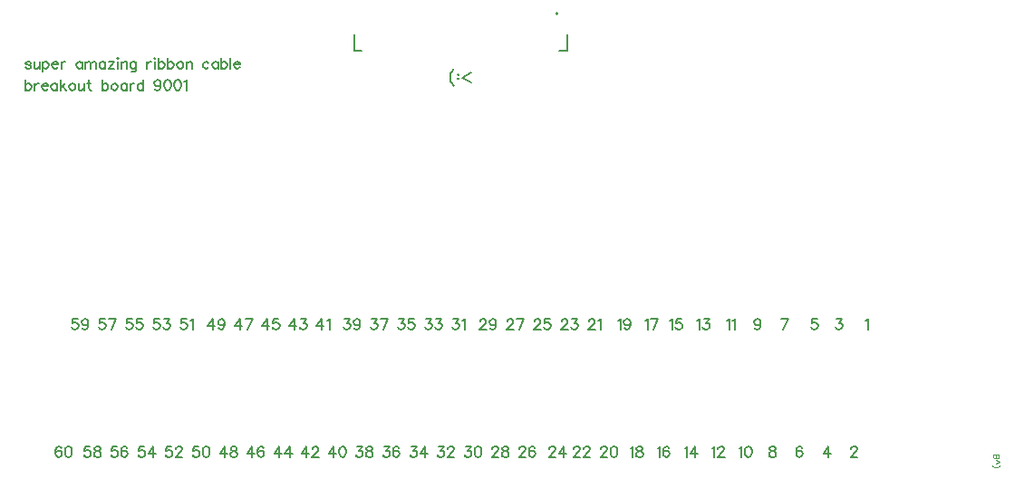
<source format=gto>
G04 Layer: TopSilkLayer*
G04 EasyEDA v6.4.25, 2022-01-05T11:28:27--8:00*
G04 5b7509a3f8b64266bac100f98fe07f5d,73dcd3fe52254aa693cf92493c1ebcf7,10*
G04 Gerber Generator version 0.2*
G04 Scale: 100 percent, Rotated: No, Reflected: No *
G04 Dimensions in inches *
G04 leading zeros omitted , absolute positions ,3 integer and 6 decimal *
%FSLAX36Y36*%
%MOIN*%

%ADD11C,0.0080*%
%ADD17C,0.0079*%
%ADD18C,0.0030*%
%ADD19C,0.0060*%

%LPD*%
D11*
X410000Y1512201D02*
G01*
X408200Y1515801D01*
X402699Y1517600D01*
X397300Y1517600D01*
X391799Y1515801D01*
X390000Y1512201D01*
X391799Y1508501D01*
X395500Y1506700D01*
X404499Y1504900D01*
X408200Y1503101D01*
X410000Y1499501D01*
X410000Y1497600D01*
X408200Y1494000D01*
X402699Y1492201D01*
X397300Y1492201D01*
X391799Y1494000D01*
X390000Y1497600D01*
X421999Y1517600D02*
G01*
X421999Y1499501D01*
X423800Y1494000D01*
X427500Y1492201D01*
X432899Y1492201D01*
X436500Y1494000D01*
X441999Y1499501D01*
X441999Y1517600D02*
G01*
X441999Y1492201D01*
X454000Y1517600D02*
G01*
X454000Y1479501D01*
X454000Y1512201D02*
G01*
X457600Y1515801D01*
X461300Y1517600D01*
X466700Y1517600D01*
X470399Y1515801D01*
X474000Y1512201D01*
X475799Y1506700D01*
X475799Y1503101D01*
X474000Y1497600D01*
X470399Y1494000D01*
X466700Y1492201D01*
X461300Y1492201D01*
X457600Y1494000D01*
X454000Y1497600D01*
X487800Y1506700D02*
G01*
X509600Y1506700D01*
X509600Y1510401D01*
X507800Y1514000D01*
X505999Y1515801D01*
X502399Y1517600D01*
X496900Y1517600D01*
X493299Y1515801D01*
X489600Y1512201D01*
X487800Y1506700D01*
X487800Y1503101D01*
X489600Y1497600D01*
X493299Y1494000D01*
X496900Y1492201D01*
X502399Y1492201D01*
X505999Y1494000D01*
X509600Y1497600D01*
X521599Y1517600D02*
G01*
X521599Y1492201D01*
X521599Y1506700D02*
G01*
X523499Y1512201D01*
X527100Y1515801D01*
X530700Y1517600D01*
X536199Y1517600D01*
X598000Y1517600D02*
G01*
X598000Y1492201D01*
X598000Y1512201D02*
G01*
X594400Y1515801D01*
X590700Y1517600D01*
X585300Y1517600D01*
X581599Y1515801D01*
X578000Y1512201D01*
X576199Y1506700D01*
X576199Y1503101D01*
X578000Y1497600D01*
X581599Y1494000D01*
X585300Y1492201D01*
X590700Y1492201D01*
X594400Y1494000D01*
X598000Y1497600D01*
X610000Y1517600D02*
G01*
X610000Y1492201D01*
X610000Y1510401D02*
G01*
X615500Y1515801D01*
X619099Y1517600D01*
X624499Y1517600D01*
X628200Y1515801D01*
X630000Y1510401D01*
X630000Y1492201D01*
X630000Y1510401D02*
G01*
X635500Y1515801D01*
X639099Y1517600D01*
X644499Y1517600D01*
X648200Y1515801D01*
X650000Y1510401D01*
X650000Y1492201D01*
X683800Y1517600D02*
G01*
X683800Y1492201D01*
X683800Y1512201D02*
G01*
X680199Y1515801D01*
X676500Y1517600D01*
X671100Y1517600D01*
X667500Y1515801D01*
X663800Y1512201D01*
X661999Y1506700D01*
X661999Y1503101D01*
X663800Y1497600D01*
X667500Y1494000D01*
X671100Y1492201D01*
X676500Y1492201D01*
X680199Y1494000D01*
X683800Y1497600D01*
X715799Y1517600D02*
G01*
X695799Y1492201D01*
X695799Y1517600D02*
G01*
X715799Y1517600D01*
X695799Y1492201D02*
G01*
X715799Y1492201D01*
X727800Y1530401D02*
G01*
X729600Y1528501D01*
X731500Y1530401D01*
X729600Y1532201D01*
X727800Y1530401D01*
X729600Y1517600D02*
G01*
X729600Y1492201D01*
X743499Y1517600D02*
G01*
X743499Y1492201D01*
X743499Y1510401D02*
G01*
X748899Y1515801D01*
X752500Y1517600D01*
X758000Y1517600D01*
X761599Y1515801D01*
X763500Y1510401D01*
X763500Y1492201D01*
X797299Y1517600D02*
G01*
X797299Y1488501D01*
X795500Y1483101D01*
X793599Y1481300D01*
X790000Y1479501D01*
X784499Y1479501D01*
X780900Y1481300D01*
X797299Y1512201D02*
G01*
X793599Y1515801D01*
X790000Y1517600D01*
X784499Y1517600D01*
X780900Y1515801D01*
X777299Y1512201D01*
X775500Y1506700D01*
X775500Y1503101D01*
X777299Y1497600D01*
X780900Y1494000D01*
X784499Y1492201D01*
X790000Y1492201D01*
X793599Y1494000D01*
X797299Y1497600D01*
X837299Y1517600D02*
G01*
X837299Y1492201D01*
X837299Y1506700D02*
G01*
X839099Y1512201D01*
X842700Y1515801D01*
X846400Y1517600D01*
X851800Y1517600D01*
X863800Y1530401D02*
G01*
X865600Y1528501D01*
X867500Y1530401D01*
X865600Y1532201D01*
X863800Y1530401D01*
X865600Y1517600D02*
G01*
X865600Y1492201D01*
X879499Y1530401D02*
G01*
X879499Y1492201D01*
X879499Y1512201D02*
G01*
X883100Y1515801D01*
X886700Y1517600D01*
X892200Y1517600D01*
X895799Y1515801D01*
X899499Y1512201D01*
X901300Y1506700D01*
X901300Y1503101D01*
X899499Y1497600D01*
X895799Y1494000D01*
X892200Y1492201D01*
X886700Y1492201D01*
X883100Y1494000D01*
X879499Y1497600D01*
X913299Y1530401D02*
G01*
X913299Y1492201D01*
X913299Y1512201D02*
G01*
X916899Y1515801D01*
X920500Y1517600D01*
X926000Y1517600D01*
X929600Y1515801D01*
X933299Y1512201D01*
X935100Y1506700D01*
X935100Y1503101D01*
X933299Y1497600D01*
X929600Y1494000D01*
X926000Y1492201D01*
X920500Y1492201D01*
X916899Y1494000D01*
X913299Y1497600D01*
X956199Y1517600D02*
G01*
X952500Y1515801D01*
X948900Y1512201D01*
X947100Y1506700D01*
X947100Y1503101D01*
X948900Y1497600D01*
X952500Y1494000D01*
X956199Y1492201D01*
X961599Y1492201D01*
X965299Y1494000D01*
X968900Y1497600D01*
X970699Y1503101D01*
X970699Y1506700D01*
X968900Y1512201D01*
X965299Y1515801D01*
X961599Y1517600D01*
X956199Y1517600D01*
X982700Y1517600D02*
G01*
X982700Y1492201D01*
X982700Y1510401D02*
G01*
X988199Y1515801D01*
X991800Y1517600D01*
X997299Y1517600D01*
X1000900Y1515801D01*
X1002700Y1510401D01*
X1002700Y1492201D01*
X1064499Y1512201D02*
G01*
X1060900Y1515801D01*
X1057299Y1517600D01*
X1051800Y1517600D01*
X1048199Y1515801D01*
X1044499Y1512201D01*
X1042700Y1506700D01*
X1042700Y1503101D01*
X1044499Y1497600D01*
X1048199Y1494000D01*
X1051800Y1492201D01*
X1057299Y1492201D01*
X1060900Y1494000D01*
X1064499Y1497600D01*
X1098400Y1517600D02*
G01*
X1098400Y1492201D01*
X1098400Y1512201D02*
G01*
X1094700Y1515801D01*
X1091099Y1517600D01*
X1085600Y1517600D01*
X1081999Y1515801D01*
X1078400Y1512201D01*
X1076499Y1506700D01*
X1076499Y1503101D01*
X1078400Y1497600D01*
X1081999Y1494000D01*
X1085600Y1492201D01*
X1091099Y1492201D01*
X1094700Y1494000D01*
X1098400Y1497600D01*
X1110399Y1530401D02*
G01*
X1110399Y1492201D01*
X1110399Y1512201D02*
G01*
X1113999Y1515801D01*
X1117600Y1517600D01*
X1123100Y1517600D01*
X1126700Y1515801D01*
X1130399Y1512201D01*
X1132200Y1506700D01*
X1132200Y1503101D01*
X1130399Y1497600D01*
X1126700Y1494000D01*
X1123100Y1492201D01*
X1117600Y1492201D01*
X1113999Y1494000D01*
X1110399Y1497600D01*
X1144200Y1530401D02*
G01*
X1144200Y1492201D01*
X1156199Y1506700D02*
G01*
X1178000Y1506700D01*
X1178000Y1510401D01*
X1176199Y1514000D01*
X1174399Y1515801D01*
X1170699Y1517600D01*
X1165299Y1517600D01*
X1161599Y1515801D01*
X1158000Y1512201D01*
X1156199Y1506700D01*
X1156199Y1503101D01*
X1158000Y1497600D01*
X1161599Y1494000D01*
X1165299Y1492201D01*
X1170699Y1492201D01*
X1174399Y1494000D01*
X1178000Y1497600D01*
X390000Y1450401D02*
G01*
X390000Y1412201D01*
X390000Y1432201D02*
G01*
X393600Y1435801D01*
X397300Y1437600D01*
X402699Y1437600D01*
X406399Y1435801D01*
X410000Y1432201D01*
X411799Y1426700D01*
X411799Y1423101D01*
X410000Y1417600D01*
X406399Y1414000D01*
X402699Y1412201D01*
X397300Y1412201D01*
X393600Y1414000D01*
X390000Y1417600D01*
X423800Y1437600D02*
G01*
X423800Y1412201D01*
X423800Y1426700D02*
G01*
X425599Y1432201D01*
X429299Y1435801D01*
X432899Y1437600D01*
X438400Y1437600D01*
X450399Y1426700D02*
G01*
X472199Y1426700D01*
X472199Y1430401D01*
X470399Y1434000D01*
X468499Y1435801D01*
X464899Y1437600D01*
X459499Y1437600D01*
X455799Y1435801D01*
X452199Y1432201D01*
X450399Y1426700D01*
X450399Y1423101D01*
X452199Y1417600D01*
X455799Y1414000D01*
X459499Y1412201D01*
X464899Y1412201D01*
X468499Y1414000D01*
X472199Y1417600D01*
X505999Y1437600D02*
G01*
X505999Y1412201D01*
X505999Y1432201D02*
G01*
X502399Y1435801D01*
X498699Y1437600D01*
X493299Y1437600D01*
X489600Y1435801D01*
X485999Y1432201D01*
X484200Y1426700D01*
X484200Y1423101D01*
X485999Y1417600D01*
X489600Y1414000D01*
X493299Y1412201D01*
X498699Y1412201D01*
X502399Y1414000D01*
X505999Y1417600D01*
X518000Y1450401D02*
G01*
X518000Y1412201D01*
X536199Y1437600D02*
G01*
X518000Y1419501D01*
X525300Y1426700D02*
G01*
X538000Y1412201D01*
X559099Y1437600D02*
G01*
X555500Y1435801D01*
X551799Y1432201D01*
X550000Y1426700D01*
X550000Y1423101D01*
X551799Y1417600D01*
X555500Y1414000D01*
X559099Y1412201D01*
X564499Y1412201D01*
X568200Y1414000D01*
X571799Y1417600D01*
X573600Y1423101D01*
X573600Y1426700D01*
X571799Y1432201D01*
X568200Y1435801D01*
X564499Y1437600D01*
X559099Y1437600D01*
X585599Y1437600D02*
G01*
X585599Y1419501D01*
X587500Y1414000D01*
X591100Y1412201D01*
X596500Y1412201D01*
X600199Y1414000D01*
X605599Y1419501D01*
X605599Y1437600D02*
G01*
X605599Y1412201D01*
X623099Y1450401D02*
G01*
X623099Y1419501D01*
X624899Y1414000D01*
X628499Y1412201D01*
X632199Y1412201D01*
X617600Y1437600D02*
G01*
X630399Y1437600D01*
X672199Y1450401D02*
G01*
X672199Y1412201D01*
X672199Y1432201D02*
G01*
X675799Y1435801D01*
X679499Y1437600D01*
X684899Y1437600D01*
X688499Y1435801D01*
X692199Y1432201D01*
X694000Y1426700D01*
X694000Y1423101D01*
X692199Y1417600D01*
X688499Y1414000D01*
X684899Y1412201D01*
X679499Y1412201D01*
X675799Y1414000D01*
X672199Y1417600D01*
X715100Y1437600D02*
G01*
X711500Y1435801D01*
X707800Y1432201D01*
X705999Y1426700D01*
X705999Y1423101D01*
X707800Y1417600D01*
X711500Y1414000D01*
X715100Y1412201D01*
X720500Y1412201D01*
X724200Y1414000D01*
X727800Y1417600D01*
X729600Y1423101D01*
X729600Y1426700D01*
X727800Y1432201D01*
X724200Y1435801D01*
X720500Y1437600D01*
X715100Y1437600D01*
X763500Y1437600D02*
G01*
X763500Y1412201D01*
X763500Y1432201D02*
G01*
X759800Y1435801D01*
X756199Y1437600D01*
X750700Y1437600D01*
X747100Y1435801D01*
X743499Y1432201D01*
X741599Y1426700D01*
X741599Y1423101D01*
X743499Y1417600D01*
X747100Y1414000D01*
X750700Y1412201D01*
X756199Y1412201D01*
X759800Y1414000D01*
X763500Y1417600D01*
X775500Y1437600D02*
G01*
X775500Y1412201D01*
X775500Y1426700D02*
G01*
X777299Y1432201D01*
X780900Y1435801D01*
X784499Y1437600D01*
X790000Y1437600D01*
X823800Y1450401D02*
G01*
X823800Y1412201D01*
X823800Y1432201D02*
G01*
X820200Y1435801D01*
X816499Y1437600D01*
X811099Y1437600D01*
X807500Y1435801D01*
X803800Y1432201D01*
X801999Y1426700D01*
X801999Y1423101D01*
X803800Y1417600D01*
X807500Y1414000D01*
X811099Y1412201D01*
X816499Y1412201D01*
X820200Y1414000D01*
X823800Y1417600D01*
X887500Y1437600D02*
G01*
X885600Y1432201D01*
X881999Y1428501D01*
X876499Y1426700D01*
X874700Y1426700D01*
X869300Y1428501D01*
X865600Y1432201D01*
X863800Y1437600D01*
X863800Y1439501D01*
X865600Y1444900D01*
X869300Y1448501D01*
X874700Y1450401D01*
X876499Y1450401D01*
X881999Y1448501D01*
X885600Y1444900D01*
X887500Y1437600D01*
X887500Y1428501D01*
X885600Y1419501D01*
X881999Y1414000D01*
X876499Y1412201D01*
X872899Y1412201D01*
X867500Y1414000D01*
X865600Y1417600D01*
X910399Y1450401D02*
G01*
X904899Y1448501D01*
X901300Y1443101D01*
X899499Y1434000D01*
X899499Y1428501D01*
X901300Y1419501D01*
X904899Y1414000D01*
X910399Y1412201D01*
X913999Y1412201D01*
X919499Y1414000D01*
X923100Y1419501D01*
X924899Y1428501D01*
X924899Y1434000D01*
X923100Y1443101D01*
X919499Y1448501D01*
X913999Y1450401D01*
X910399Y1450401D01*
X947799Y1450401D02*
G01*
X942399Y1448501D01*
X938699Y1443101D01*
X936899Y1434000D01*
X936899Y1428501D01*
X938699Y1419501D01*
X942399Y1414000D01*
X947799Y1412201D01*
X951499Y1412201D01*
X956899Y1414000D01*
X960500Y1419501D01*
X962399Y1428501D01*
X962399Y1434000D01*
X960500Y1443101D01*
X956899Y1448501D01*
X951499Y1450401D01*
X947799Y1450401D01*
X974399Y1443101D02*
G01*
X978000Y1444900D01*
X983500Y1450401D01*
X983500Y1412201D01*
D18*
X3970200Y70000D02*
G01*
X3951099Y70000D01*
X3970200Y70000D02*
G01*
X3970200Y61799D01*
X3969300Y59099D01*
X3968400Y58200D01*
X3966499Y57300D01*
X3964700Y57300D01*
X3962899Y58200D01*
X3961999Y59099D01*
X3961099Y61799D01*
X3961099Y70000D02*
G01*
X3961099Y61799D01*
X3960200Y59099D01*
X3959300Y58200D01*
X3957500Y57300D01*
X3954700Y57300D01*
X3952899Y58200D01*
X3951999Y59099D01*
X3951099Y61799D01*
X3951099Y70000D01*
X3971999Y44000D02*
G01*
X3959300Y51300D01*
X3971999Y44000D02*
G01*
X3959300Y36700D01*
X3973800Y30700D02*
G01*
X3971999Y28899D01*
X3969300Y27100D01*
X3965600Y25300D01*
X3961099Y24400D01*
X3957500Y24400D01*
X3952899Y25300D01*
X3949300Y27100D01*
X3946499Y28899D01*
X3944700Y30700D01*
D11*
X3480000Y563101D02*
G01*
X3483599Y564900D01*
X3489099Y570401D01*
X3489099Y532201D01*
X3426794Y91300D02*
G01*
X3426794Y93101D01*
X3428594Y96700D01*
X3430493Y98501D01*
X3434093Y100401D01*
X3441394Y100401D01*
X3444993Y98501D01*
X3446794Y96700D01*
X3448594Y93101D01*
X3448594Y89501D01*
X3446794Y85801D01*
X3443194Y80401D01*
X3424993Y62201D01*
X3450493Y62201D01*
X3373599Y570401D02*
G01*
X3393599Y570401D01*
X3382700Y555801D01*
X3388199Y555801D01*
X3391800Y554000D01*
X3393599Y552201D01*
X3395500Y546700D01*
X3395500Y543101D01*
X3393599Y537600D01*
X3390000Y534000D01*
X3384499Y532201D01*
X3379099Y532201D01*
X3373599Y534000D01*
X3371800Y535801D01*
X3370000Y539501D01*
X3343194Y100401D02*
G01*
X3324993Y74900D01*
X3352294Y74900D01*
X3343194Y100401D02*
G01*
X3343194Y62201D01*
X3301800Y570401D02*
G01*
X3283599Y570401D01*
X3281800Y554000D01*
X3283599Y555801D01*
X3289099Y557600D01*
X3294499Y557600D01*
X3300000Y555801D01*
X3303599Y552201D01*
X3305500Y546700D01*
X3305500Y543101D01*
X3303599Y537600D01*
X3300000Y534000D01*
X3294499Y532201D01*
X3289099Y532201D01*
X3283599Y534000D01*
X3281800Y535801D01*
X3280000Y539501D01*
X3246794Y94900D02*
G01*
X3244993Y98501D01*
X3239494Y100401D01*
X3235893Y100401D01*
X3230493Y98501D01*
X3226794Y93101D01*
X3224993Y84000D01*
X3224993Y74900D01*
X3226794Y67600D01*
X3230493Y64000D01*
X3235893Y62201D01*
X3237694Y62201D01*
X3243194Y64000D01*
X3246794Y67600D01*
X3248594Y73101D01*
X3248594Y74900D01*
X3246794Y80401D01*
X3243194Y84000D01*
X3237694Y85801D01*
X3235893Y85801D01*
X3230493Y84000D01*
X3226794Y80401D01*
X3224993Y74900D01*
X3195500Y570401D02*
G01*
X3177299Y532201D01*
X3170000Y570401D02*
G01*
X3195500Y570401D01*
X3134093Y100401D02*
G01*
X3128594Y98501D01*
X3126794Y94900D01*
X3126794Y91300D01*
X3128594Y87600D01*
X3132294Y85801D01*
X3139494Y84000D01*
X3144993Y82201D01*
X3148594Y78501D01*
X3150493Y74900D01*
X3150493Y69501D01*
X3148594Y65801D01*
X3146794Y64000D01*
X3141394Y62201D01*
X3134093Y62201D01*
X3128594Y64000D01*
X3126794Y65801D01*
X3124993Y69501D01*
X3124993Y74900D01*
X3126794Y78501D01*
X3130493Y82201D01*
X3135893Y84000D01*
X3143194Y85801D01*
X3146794Y87600D01*
X3148594Y91300D01*
X3148594Y94900D01*
X3146794Y98501D01*
X3141394Y100401D01*
X3134093Y100401D01*
X3093599Y557600D02*
G01*
X3091800Y552201D01*
X3088199Y548501D01*
X3082700Y546700D01*
X3080900Y546700D01*
X3075500Y548501D01*
X3071800Y552201D01*
X3070000Y557600D01*
X3070000Y559501D01*
X3071800Y564900D01*
X3075500Y568501D01*
X3080900Y570401D01*
X3082700Y570401D01*
X3088199Y568501D01*
X3091800Y564900D01*
X3093599Y557600D01*
X3093599Y548501D01*
X3091800Y539501D01*
X3088199Y534000D01*
X3082700Y532201D01*
X3079099Y532201D01*
X3073599Y534000D01*
X3071800Y537600D01*
X3014993Y93101D02*
G01*
X3018594Y94900D01*
X3024093Y100401D01*
X3024093Y62201D01*
X3046994Y100401D02*
G01*
X3041494Y98501D01*
X3037893Y93101D01*
X3036094Y84000D01*
X3036094Y78501D01*
X3037893Y69501D01*
X3041494Y64000D01*
X3046994Y62201D01*
X3050594Y62201D01*
X3056094Y64000D01*
X3059693Y69501D01*
X3061494Y78501D01*
X3061494Y84000D01*
X3059693Y93101D01*
X3056094Y98501D01*
X3050594Y100401D01*
X3046994Y100401D01*
X2970000Y563101D02*
G01*
X2973599Y564900D01*
X2979099Y570401D01*
X2979099Y532201D01*
X2991099Y563101D02*
G01*
X2994700Y564900D01*
X3000200Y570401D01*
X3000200Y532201D01*
X2914993Y93101D02*
G01*
X2918594Y94900D01*
X2924093Y100401D01*
X2924093Y62201D01*
X2937893Y91300D02*
G01*
X2937893Y93101D01*
X2939693Y96700D01*
X2941494Y98501D01*
X2945194Y100401D01*
X2952493Y100401D01*
X2956094Y98501D01*
X2957893Y96700D01*
X2959693Y93101D01*
X2959693Y89501D01*
X2957893Y85801D01*
X2954294Y80401D01*
X2936094Y62201D01*
X2961494Y62201D01*
X2860000Y563101D02*
G01*
X2863599Y564900D01*
X2869099Y570401D01*
X2869099Y532201D01*
X2884700Y570401D02*
G01*
X2904700Y570401D01*
X2893800Y555801D01*
X2899300Y555801D01*
X2902899Y554000D01*
X2904700Y552201D01*
X2906499Y546700D01*
X2906499Y543101D01*
X2904700Y537600D01*
X2901099Y534000D01*
X2895600Y532201D01*
X2890200Y532201D01*
X2884700Y534000D01*
X2882899Y535801D01*
X2881099Y539501D01*
X2814993Y93101D02*
G01*
X2818594Y94900D01*
X2824093Y100401D01*
X2824093Y62201D01*
X2854294Y100401D02*
G01*
X2836094Y74900D01*
X2863393Y74900D01*
X2854294Y100401D02*
G01*
X2854294Y62201D01*
X2760000Y563101D02*
G01*
X2763599Y564900D01*
X2769099Y570401D01*
X2769099Y532201D01*
X2802899Y570401D02*
G01*
X2784700Y570401D01*
X2782899Y554000D01*
X2784700Y555801D01*
X2790200Y557600D01*
X2795600Y557600D01*
X2801099Y555801D01*
X2804700Y552201D01*
X2806499Y546700D01*
X2806499Y543101D01*
X2804700Y537600D01*
X2801099Y534000D01*
X2795600Y532201D01*
X2790200Y532201D01*
X2784700Y534000D01*
X2782899Y535801D01*
X2781099Y539501D01*
X2714993Y93101D02*
G01*
X2718594Y94900D01*
X2724093Y100401D01*
X2724093Y62201D01*
X2757893Y94900D02*
G01*
X2756094Y98501D01*
X2750594Y100401D01*
X2746994Y100401D01*
X2741494Y98501D01*
X2737893Y93101D01*
X2736094Y84000D01*
X2736094Y74900D01*
X2737893Y67600D01*
X2741494Y64000D01*
X2746994Y62201D01*
X2748793Y62201D01*
X2754294Y64000D01*
X2757893Y67600D01*
X2759693Y73101D01*
X2759693Y74900D01*
X2757893Y80401D01*
X2754294Y84000D01*
X2748793Y85801D01*
X2746994Y85801D01*
X2741494Y84000D01*
X2737893Y80401D01*
X2736094Y74900D01*
X2670000Y563101D02*
G01*
X2673599Y564900D01*
X2679099Y570401D01*
X2679099Y532201D01*
X2716499Y570401D02*
G01*
X2698400Y532201D01*
X2691099Y570401D02*
G01*
X2716499Y570401D01*
X2614993Y93101D02*
G01*
X2618594Y94900D01*
X2624093Y100401D01*
X2624093Y62201D01*
X2645194Y100401D02*
G01*
X2639693Y98501D01*
X2637893Y94900D01*
X2637893Y91300D01*
X2639693Y87600D01*
X2643393Y85801D01*
X2650594Y84000D01*
X2656094Y82201D01*
X2659693Y78501D01*
X2661494Y74900D01*
X2661494Y69501D01*
X2659693Y65801D01*
X2657893Y64000D01*
X2652493Y62201D01*
X2645194Y62201D01*
X2639693Y64000D01*
X2637893Y65801D01*
X2636094Y69501D01*
X2636094Y74900D01*
X2637893Y78501D01*
X2641494Y82201D01*
X2646994Y84000D01*
X2654294Y85801D01*
X2657893Y87600D01*
X2659693Y91300D01*
X2659693Y94900D01*
X2657893Y98501D01*
X2652493Y100401D01*
X2645194Y100401D01*
X2570000Y563101D02*
G01*
X2573599Y564900D01*
X2579099Y570401D01*
X2579099Y532201D01*
X2614700Y557600D02*
G01*
X2612899Y552201D01*
X2609300Y548501D01*
X2603800Y546700D01*
X2601999Y546700D01*
X2596499Y548501D01*
X2592899Y552201D01*
X2591099Y557600D01*
X2591099Y559501D01*
X2592899Y564900D01*
X2596499Y568501D01*
X2601999Y570401D01*
X2603800Y570401D01*
X2609300Y568501D01*
X2612899Y564900D01*
X2614700Y557600D01*
X2614700Y548501D01*
X2612899Y539501D01*
X2609300Y534000D01*
X2603800Y532201D01*
X2600200Y532201D01*
X2594700Y534000D01*
X2592899Y537600D01*
X2506794Y91300D02*
G01*
X2506794Y93101D01*
X2508594Y96700D01*
X2510493Y98501D01*
X2514093Y100401D01*
X2521394Y100401D01*
X2524993Y98501D01*
X2526794Y96700D01*
X2528594Y93101D01*
X2528594Y89501D01*
X2526794Y85801D01*
X2523194Y80401D01*
X2504993Y62201D01*
X2530493Y62201D01*
X2553393Y100401D02*
G01*
X2547893Y98501D01*
X2544294Y93101D01*
X2542493Y84000D01*
X2542493Y78501D01*
X2544294Y69501D01*
X2547893Y64000D01*
X2553393Y62201D01*
X2556994Y62201D01*
X2562493Y64000D01*
X2566094Y69501D01*
X2567893Y78501D01*
X2567893Y84000D01*
X2566094Y93101D01*
X2562493Y98501D01*
X2556994Y100401D01*
X2553393Y100401D01*
X2461800Y561300D02*
G01*
X2461800Y563101D01*
X2463599Y566700D01*
X2465500Y568501D01*
X2469099Y570401D01*
X2476400Y570401D01*
X2480000Y568501D01*
X2481800Y566700D01*
X2483599Y563101D01*
X2483599Y559501D01*
X2481800Y555801D01*
X2478199Y550401D01*
X2460000Y532201D01*
X2485500Y532201D01*
X2497500Y563101D02*
G01*
X2501099Y564900D01*
X2506499Y570401D01*
X2506499Y532201D01*
X2406794Y91300D02*
G01*
X2406794Y93101D01*
X2408594Y96700D01*
X2410493Y98501D01*
X2414093Y100401D01*
X2421394Y100401D01*
X2424993Y98501D01*
X2426794Y96700D01*
X2428594Y93101D01*
X2428594Y89501D01*
X2426794Y85801D01*
X2423194Y80401D01*
X2404993Y62201D01*
X2430493Y62201D01*
X2444294Y91300D02*
G01*
X2444294Y93101D01*
X2446094Y96700D01*
X2447893Y98501D01*
X2451494Y100401D01*
X2458793Y100401D01*
X2462493Y98501D01*
X2464294Y96700D01*
X2466094Y93101D01*
X2466094Y89501D01*
X2464294Y85801D01*
X2460594Y80401D01*
X2442493Y62201D01*
X2467893Y62201D01*
X2361800Y561300D02*
G01*
X2361800Y563101D01*
X2363599Y566700D01*
X2365500Y568501D01*
X2369099Y570401D01*
X2376400Y570401D01*
X2380000Y568501D01*
X2381800Y566700D01*
X2383599Y563101D01*
X2383599Y559501D01*
X2381800Y555801D01*
X2378199Y550401D01*
X2360000Y532201D01*
X2385500Y532201D01*
X2401099Y570401D02*
G01*
X2421099Y570401D01*
X2410200Y555801D01*
X2415600Y555801D01*
X2419300Y554000D01*
X2421099Y552201D01*
X2422899Y546700D01*
X2422899Y543101D01*
X2421099Y537600D01*
X2417500Y534000D01*
X2411999Y532201D01*
X2406499Y532201D01*
X2401099Y534000D01*
X2399300Y535801D01*
X2397500Y539501D01*
X2316794Y91300D02*
G01*
X2316794Y93101D01*
X2318594Y96700D01*
X2320493Y98501D01*
X2324093Y100401D01*
X2331394Y100401D01*
X2334993Y98501D01*
X2336794Y96700D01*
X2338594Y93101D01*
X2338594Y89501D01*
X2336794Y85801D01*
X2333194Y80401D01*
X2314993Y62201D01*
X2340493Y62201D01*
X2370594Y100401D02*
G01*
X2352493Y74900D01*
X2379693Y74900D01*
X2370594Y100401D02*
G01*
X2370594Y62201D01*
X2261800Y561300D02*
G01*
X2261800Y563101D01*
X2263599Y566700D01*
X2265500Y568501D01*
X2269099Y570401D01*
X2276400Y570401D01*
X2280000Y568501D01*
X2281800Y566700D01*
X2283599Y563101D01*
X2283599Y559501D01*
X2281800Y555801D01*
X2278199Y550401D01*
X2260000Y532201D01*
X2285500Y532201D01*
X2319300Y570401D02*
G01*
X2301099Y570401D01*
X2299300Y554000D01*
X2301099Y555801D01*
X2306499Y557600D01*
X2311999Y557600D01*
X2317500Y555801D01*
X2321099Y552201D01*
X2322899Y546700D01*
X2322899Y543101D01*
X2321099Y537600D01*
X2317500Y534000D01*
X2311999Y532201D01*
X2306499Y532201D01*
X2301099Y534000D01*
X2299300Y535801D01*
X2297500Y539501D01*
X2206794Y91300D02*
G01*
X2206794Y93101D01*
X2208594Y96700D01*
X2210493Y98501D01*
X2214093Y100401D01*
X2221394Y100401D01*
X2224993Y98501D01*
X2226794Y96700D01*
X2228594Y93101D01*
X2228594Y89501D01*
X2226794Y85801D01*
X2223194Y80401D01*
X2204993Y62201D01*
X2230493Y62201D01*
X2264294Y94900D02*
G01*
X2262493Y98501D01*
X2256994Y100401D01*
X2253393Y100401D01*
X2247893Y98501D01*
X2244294Y93101D01*
X2242493Y84000D01*
X2242493Y74900D01*
X2244294Y67600D01*
X2247893Y64000D01*
X2253393Y62201D01*
X2255194Y62201D01*
X2260594Y64000D01*
X2264294Y67600D01*
X2266094Y73101D01*
X2266094Y74900D01*
X2264294Y80401D01*
X2260594Y84000D01*
X2255194Y85801D01*
X2253393Y85801D01*
X2247893Y84000D01*
X2244294Y80401D01*
X2242493Y74900D01*
X2161800Y561300D02*
G01*
X2161800Y563101D01*
X2163599Y566700D01*
X2165500Y568501D01*
X2169099Y570401D01*
X2176400Y570401D01*
X2180000Y568501D01*
X2181800Y566700D01*
X2183599Y563101D01*
X2183599Y559501D01*
X2181800Y555801D01*
X2178199Y550401D01*
X2160000Y532201D01*
X2185500Y532201D01*
X2222899Y570401D02*
G01*
X2204700Y532201D01*
X2197500Y570401D02*
G01*
X2222899Y570401D01*
X2106794Y91300D02*
G01*
X2106794Y93101D01*
X2108594Y96700D01*
X2110493Y98501D01*
X2114093Y100401D01*
X2121394Y100401D01*
X2124993Y98501D01*
X2126794Y96700D01*
X2128594Y93101D01*
X2128594Y89501D01*
X2126794Y85801D01*
X2123194Y80401D01*
X2104993Y62201D01*
X2130493Y62201D01*
X2151494Y100401D02*
G01*
X2146094Y98501D01*
X2144294Y94900D01*
X2144294Y91300D01*
X2146094Y87600D01*
X2149693Y85801D01*
X2156994Y84000D01*
X2162493Y82201D01*
X2166094Y78501D01*
X2167893Y74900D01*
X2167893Y69501D01*
X2166094Y65801D01*
X2164294Y64000D01*
X2158793Y62201D01*
X2151494Y62201D01*
X2146094Y64000D01*
X2144294Y65801D01*
X2142493Y69501D01*
X2142493Y74900D01*
X2144294Y78501D01*
X2147893Y82201D01*
X2153393Y84000D01*
X2160594Y85801D01*
X2164294Y87600D01*
X2166094Y91300D01*
X2166094Y94900D01*
X2164294Y98501D01*
X2158793Y100401D01*
X2151494Y100401D01*
X2061800Y561300D02*
G01*
X2061800Y563101D01*
X2063599Y566700D01*
X2065500Y568501D01*
X2069099Y570401D01*
X2076400Y570401D01*
X2080000Y568501D01*
X2081800Y566700D01*
X2083599Y563101D01*
X2083599Y559501D01*
X2081800Y555801D01*
X2078199Y550401D01*
X2060000Y532201D01*
X2085500Y532201D01*
X2121099Y557600D02*
G01*
X2119300Y552201D01*
X2115600Y548501D01*
X2110200Y546700D01*
X2108400Y546700D01*
X2102899Y548501D01*
X2099300Y552201D01*
X2097500Y557600D01*
X2097500Y559501D01*
X2099300Y564900D01*
X2102899Y568501D01*
X2108400Y570401D01*
X2110200Y570401D01*
X2115600Y568501D01*
X2119300Y564900D01*
X2121099Y557600D01*
X2121099Y548501D01*
X2119300Y539501D01*
X2115600Y534000D01*
X2110200Y532201D01*
X2106499Y532201D01*
X2101099Y534000D01*
X2099300Y537600D01*
X2008594Y100401D02*
G01*
X2028594Y100401D01*
X2017694Y85801D01*
X2023194Y85801D01*
X2026793Y84000D01*
X2028594Y82201D01*
X2030493Y76700D01*
X2030493Y73101D01*
X2028594Y67600D01*
X2024993Y64000D01*
X2019494Y62201D01*
X2014093Y62201D01*
X2008594Y64000D01*
X2006793Y65801D01*
X2004993Y69501D01*
X2053393Y100401D02*
G01*
X2047893Y98501D01*
X2044293Y93101D01*
X2042493Y84000D01*
X2042493Y78501D01*
X2044293Y69501D01*
X2047893Y64000D01*
X2053393Y62201D01*
X2056994Y62201D01*
X2062493Y64000D01*
X2066094Y69501D01*
X2067893Y78501D01*
X2067893Y84000D01*
X2066094Y93101D01*
X2062493Y98501D01*
X2056994Y100401D01*
X2053393Y100401D01*
X1963599Y570401D02*
G01*
X1983599Y570401D01*
X1972700Y555801D01*
X1978199Y555801D01*
X1981800Y554000D01*
X1983599Y552201D01*
X1985500Y546700D01*
X1985500Y543101D01*
X1983599Y537600D01*
X1980000Y534000D01*
X1974499Y532201D01*
X1969099Y532201D01*
X1963599Y534000D01*
X1961800Y535801D01*
X1960000Y539501D01*
X1997500Y563101D02*
G01*
X2001099Y564900D01*
X2006499Y570401D01*
X2006499Y532201D01*
X1908594Y100401D02*
G01*
X1928594Y100401D01*
X1917694Y85801D01*
X1923194Y85801D01*
X1926793Y84000D01*
X1928594Y82201D01*
X1930493Y76700D01*
X1930493Y73101D01*
X1928594Y67600D01*
X1924993Y64000D01*
X1919494Y62201D01*
X1914093Y62201D01*
X1908594Y64000D01*
X1906793Y65801D01*
X1904993Y69501D01*
X1944293Y91300D02*
G01*
X1944293Y93101D01*
X1946094Y96700D01*
X1947893Y98501D01*
X1951494Y100401D01*
X1958793Y100401D01*
X1962493Y98501D01*
X1964293Y96700D01*
X1966094Y93101D01*
X1966094Y89501D01*
X1964293Y85801D01*
X1960594Y80401D01*
X1942493Y62201D01*
X1967893Y62201D01*
X1863599Y570401D02*
G01*
X1883599Y570401D01*
X1872700Y555801D01*
X1878199Y555801D01*
X1881800Y554000D01*
X1883599Y552201D01*
X1885500Y546700D01*
X1885500Y543101D01*
X1883599Y537600D01*
X1880000Y534000D01*
X1874499Y532201D01*
X1869099Y532201D01*
X1863599Y534000D01*
X1861800Y535801D01*
X1860000Y539501D01*
X1901099Y570401D02*
G01*
X1921099Y570401D01*
X1910200Y555801D01*
X1915600Y555801D01*
X1919300Y554000D01*
X1921099Y552201D01*
X1922899Y546700D01*
X1922899Y543101D01*
X1921099Y537600D01*
X1917500Y534000D01*
X1911999Y532201D01*
X1906499Y532201D01*
X1901099Y534000D01*
X1899300Y535801D01*
X1897500Y539501D01*
X1808594Y100401D02*
G01*
X1828594Y100401D01*
X1817694Y85801D01*
X1823194Y85801D01*
X1826793Y84000D01*
X1828594Y82201D01*
X1830493Y76700D01*
X1830493Y73101D01*
X1828594Y67600D01*
X1824993Y64000D01*
X1819494Y62201D01*
X1814093Y62201D01*
X1808594Y64000D01*
X1806793Y65801D01*
X1804993Y69501D01*
X1860594Y100401D02*
G01*
X1842493Y74900D01*
X1869693Y74900D01*
X1860594Y100401D02*
G01*
X1860594Y62201D01*
X1763599Y570401D02*
G01*
X1783599Y570401D01*
X1772700Y555801D01*
X1778199Y555801D01*
X1781800Y554000D01*
X1783599Y552201D01*
X1785500Y546700D01*
X1785500Y543101D01*
X1783599Y537600D01*
X1780000Y534000D01*
X1774499Y532201D01*
X1769099Y532201D01*
X1763599Y534000D01*
X1761800Y535801D01*
X1760000Y539501D01*
X1819300Y570401D02*
G01*
X1801099Y570401D01*
X1799300Y554000D01*
X1801099Y555801D01*
X1806499Y557600D01*
X1811999Y557600D01*
X1817500Y555801D01*
X1821099Y552201D01*
X1822899Y546700D01*
X1822899Y543101D01*
X1821099Y537600D01*
X1817500Y534000D01*
X1811999Y532201D01*
X1806499Y532201D01*
X1801099Y534000D01*
X1799300Y535801D01*
X1797500Y539501D01*
X1708594Y100401D02*
G01*
X1728594Y100401D01*
X1717694Y85801D01*
X1723194Y85801D01*
X1726793Y84000D01*
X1728594Y82201D01*
X1730493Y76700D01*
X1730493Y73101D01*
X1728594Y67600D01*
X1724993Y64000D01*
X1719494Y62201D01*
X1714093Y62201D01*
X1708594Y64000D01*
X1706793Y65801D01*
X1704993Y69501D01*
X1764293Y94900D02*
G01*
X1762493Y98501D01*
X1756994Y100401D01*
X1753393Y100401D01*
X1747893Y98501D01*
X1744293Y93101D01*
X1742493Y84000D01*
X1742493Y74900D01*
X1744293Y67600D01*
X1747893Y64000D01*
X1753393Y62201D01*
X1755194Y62201D01*
X1760594Y64000D01*
X1764293Y67600D01*
X1766094Y73101D01*
X1766094Y74900D01*
X1764293Y80401D01*
X1760594Y84000D01*
X1755194Y85801D01*
X1753393Y85801D01*
X1747893Y84000D01*
X1744293Y80401D01*
X1742493Y74900D01*
X1663599Y570401D02*
G01*
X1683599Y570401D01*
X1672700Y555801D01*
X1678199Y555801D01*
X1681800Y554000D01*
X1683599Y552201D01*
X1685500Y546700D01*
X1685500Y543101D01*
X1683599Y537600D01*
X1680000Y534000D01*
X1674499Y532201D01*
X1669099Y532201D01*
X1663599Y534000D01*
X1661800Y535801D01*
X1660000Y539501D01*
X1722899Y570401D02*
G01*
X1704700Y532201D01*
X1697500Y570401D02*
G01*
X1722899Y570401D01*
X1608594Y100401D02*
G01*
X1628594Y100401D01*
X1617694Y85801D01*
X1623194Y85801D01*
X1626793Y84000D01*
X1628594Y82201D01*
X1630493Y76700D01*
X1630493Y73101D01*
X1628594Y67600D01*
X1624993Y64000D01*
X1619494Y62201D01*
X1614093Y62201D01*
X1608594Y64000D01*
X1606793Y65801D01*
X1604993Y69501D01*
X1651494Y100401D02*
G01*
X1646094Y98501D01*
X1644293Y94900D01*
X1644293Y91300D01*
X1646094Y87600D01*
X1649693Y85801D01*
X1656994Y84000D01*
X1662493Y82201D01*
X1666094Y78501D01*
X1667893Y74900D01*
X1667893Y69501D01*
X1666094Y65801D01*
X1664293Y64000D01*
X1658793Y62201D01*
X1651494Y62201D01*
X1646094Y64000D01*
X1644293Y65801D01*
X1642493Y69501D01*
X1642493Y74900D01*
X1644293Y78501D01*
X1647893Y82201D01*
X1653393Y84000D01*
X1660594Y85801D01*
X1664293Y87600D01*
X1666094Y91300D01*
X1666094Y94900D01*
X1664293Y98501D01*
X1658793Y100401D01*
X1651494Y100401D01*
X1563599Y570401D02*
G01*
X1583599Y570401D01*
X1572700Y555801D01*
X1578199Y555801D01*
X1581800Y554000D01*
X1583599Y552201D01*
X1585500Y546700D01*
X1585500Y543101D01*
X1583599Y537600D01*
X1580000Y534000D01*
X1574499Y532201D01*
X1569099Y532201D01*
X1563599Y534000D01*
X1561800Y535801D01*
X1560000Y539501D01*
X1621099Y557600D02*
G01*
X1619300Y552201D01*
X1615600Y548501D01*
X1610200Y546700D01*
X1608400Y546700D01*
X1602899Y548501D01*
X1599300Y552201D01*
X1597500Y557600D01*
X1597500Y559501D01*
X1599300Y564900D01*
X1602899Y568501D01*
X1608400Y570401D01*
X1610200Y570401D01*
X1615600Y568501D01*
X1619300Y564900D01*
X1621099Y557600D01*
X1621099Y548501D01*
X1619300Y539501D01*
X1615600Y534000D01*
X1610200Y532201D01*
X1606499Y532201D01*
X1601099Y534000D01*
X1599300Y537600D01*
X1523194Y100401D02*
G01*
X1504993Y74900D01*
X1532294Y74900D01*
X1523194Y100401D02*
G01*
X1523194Y62201D01*
X1555194Y100401D02*
G01*
X1549693Y98501D01*
X1546094Y93101D01*
X1544293Y84000D01*
X1544293Y78501D01*
X1546094Y69501D01*
X1549693Y64000D01*
X1555194Y62201D01*
X1558793Y62201D01*
X1564293Y64000D01*
X1567893Y69501D01*
X1569693Y78501D01*
X1569693Y84000D01*
X1567893Y93101D01*
X1564293Y98501D01*
X1558793Y100401D01*
X1555194Y100401D01*
X1478199Y570401D02*
G01*
X1460000Y544900D01*
X1487299Y544900D01*
X1478199Y570401D02*
G01*
X1478199Y532201D01*
X1499300Y563101D02*
G01*
X1502899Y564900D01*
X1508400Y570401D01*
X1508400Y532201D01*
X1423194Y100401D02*
G01*
X1404993Y74900D01*
X1432294Y74900D01*
X1423194Y100401D02*
G01*
X1423194Y62201D01*
X1446094Y91300D02*
G01*
X1446094Y93101D01*
X1447893Y96700D01*
X1449693Y98501D01*
X1453393Y100401D01*
X1460594Y100401D01*
X1464293Y98501D01*
X1466094Y96700D01*
X1467893Y93101D01*
X1467893Y89501D01*
X1466094Y85801D01*
X1462493Y80401D01*
X1444293Y62201D01*
X1469693Y62201D01*
X1378199Y570401D02*
G01*
X1360000Y544900D01*
X1387299Y544900D01*
X1378199Y570401D02*
G01*
X1378199Y532201D01*
X1402899Y570401D02*
G01*
X1422899Y570401D01*
X1411999Y555801D01*
X1417500Y555801D01*
X1421099Y554000D01*
X1422899Y552201D01*
X1424700Y546700D01*
X1424700Y543101D01*
X1422899Y537600D01*
X1419300Y534000D01*
X1413800Y532201D01*
X1408400Y532201D01*
X1402899Y534000D01*
X1401099Y535801D01*
X1399300Y539501D01*
X1323194Y100401D02*
G01*
X1304993Y74900D01*
X1332294Y74900D01*
X1323194Y100401D02*
G01*
X1323194Y62201D01*
X1362493Y100401D02*
G01*
X1344293Y74900D01*
X1371494Y74900D01*
X1362493Y100401D02*
G01*
X1362493Y62201D01*
X1278199Y570401D02*
G01*
X1260000Y544900D01*
X1287299Y544900D01*
X1278199Y570401D02*
G01*
X1278199Y532201D01*
X1321099Y570401D02*
G01*
X1302899Y570401D01*
X1301099Y554000D01*
X1302899Y555801D01*
X1308400Y557600D01*
X1313800Y557600D01*
X1319300Y555801D01*
X1322899Y552201D01*
X1324700Y546700D01*
X1324700Y543101D01*
X1322899Y537600D01*
X1319300Y534000D01*
X1313800Y532201D01*
X1308400Y532201D01*
X1302899Y534000D01*
X1301099Y535801D01*
X1299300Y539501D01*
X1223194Y100401D02*
G01*
X1204993Y74900D01*
X1232294Y74900D01*
X1223194Y100401D02*
G01*
X1223194Y62201D01*
X1266094Y94900D02*
G01*
X1264293Y98501D01*
X1258793Y100401D01*
X1255194Y100401D01*
X1249693Y98501D01*
X1246094Y93101D01*
X1244293Y84000D01*
X1244293Y74900D01*
X1246094Y67600D01*
X1249693Y64000D01*
X1255194Y62201D01*
X1256994Y62201D01*
X1262493Y64000D01*
X1266094Y67600D01*
X1267893Y73101D01*
X1267893Y74900D01*
X1266094Y80401D01*
X1262493Y84000D01*
X1256994Y85801D01*
X1255194Y85801D01*
X1249693Y84000D01*
X1246094Y80401D01*
X1244293Y74900D01*
X1178199Y570401D02*
G01*
X1160000Y544900D01*
X1187299Y544900D01*
X1178199Y570401D02*
G01*
X1178199Y532201D01*
X1224700Y570401D02*
G01*
X1206499Y532201D01*
X1199300Y570401D02*
G01*
X1224700Y570401D01*
X1123194Y100401D02*
G01*
X1104993Y74900D01*
X1132294Y74900D01*
X1123194Y100401D02*
G01*
X1123194Y62201D01*
X1153393Y100401D02*
G01*
X1147893Y98501D01*
X1146094Y94900D01*
X1146094Y91300D01*
X1147893Y87600D01*
X1151494Y85801D01*
X1158793Y84000D01*
X1164293Y82201D01*
X1167893Y78501D01*
X1169693Y74900D01*
X1169693Y69501D01*
X1167893Y65801D01*
X1166094Y64000D01*
X1160594Y62201D01*
X1153393Y62201D01*
X1147893Y64000D01*
X1146094Y65801D01*
X1144293Y69501D01*
X1144293Y74900D01*
X1146094Y78501D01*
X1149693Y82201D01*
X1155194Y84000D01*
X1162493Y85801D01*
X1166094Y87600D01*
X1167893Y91300D01*
X1167893Y94900D01*
X1166094Y98501D01*
X1160594Y100401D01*
X1153393Y100401D01*
X1078199Y570401D02*
G01*
X1060000Y544900D01*
X1087299Y544900D01*
X1078199Y570401D02*
G01*
X1078199Y532201D01*
X1122899Y557600D02*
G01*
X1121099Y552201D01*
X1117500Y548501D01*
X1111999Y546700D01*
X1110200Y546700D01*
X1104700Y548501D01*
X1101099Y552201D01*
X1099300Y557600D01*
X1099300Y559501D01*
X1101099Y564900D01*
X1104700Y568501D01*
X1110200Y570401D01*
X1111999Y570401D01*
X1117500Y568501D01*
X1121099Y564900D01*
X1122899Y557600D01*
X1122899Y548501D01*
X1121099Y539501D01*
X1117500Y534000D01*
X1111999Y532201D01*
X1108400Y532201D01*
X1102899Y534000D01*
X1101099Y537600D01*
X1026793Y100401D02*
G01*
X1008594Y100401D01*
X1006793Y84000D01*
X1008594Y85801D01*
X1014093Y87600D01*
X1019494Y87600D01*
X1024993Y85801D01*
X1028594Y82201D01*
X1030493Y76700D01*
X1030493Y73101D01*
X1028594Y67600D01*
X1024993Y64000D01*
X1019494Y62201D01*
X1014093Y62201D01*
X1008594Y64000D01*
X1006793Y65801D01*
X1004993Y69501D01*
X1053393Y100401D02*
G01*
X1047893Y98501D01*
X1044293Y93101D01*
X1042493Y84000D01*
X1042493Y78501D01*
X1044293Y69501D01*
X1047893Y64000D01*
X1053393Y62201D01*
X1056994Y62201D01*
X1062493Y64000D01*
X1066094Y69501D01*
X1067893Y78501D01*
X1067893Y84000D01*
X1066094Y93101D01*
X1062493Y98501D01*
X1056994Y100401D01*
X1053393Y100401D01*
X981800Y570401D02*
G01*
X963599Y570401D01*
X961800Y554000D01*
X963599Y555801D01*
X969099Y557600D01*
X974499Y557600D01*
X980000Y555801D01*
X983599Y552201D01*
X985500Y546700D01*
X985500Y543101D01*
X983599Y537600D01*
X980000Y534000D01*
X974499Y532201D01*
X969099Y532201D01*
X963599Y534000D01*
X961800Y535801D01*
X960000Y539501D01*
X997500Y563101D02*
G01*
X1001099Y564900D01*
X1006499Y570401D01*
X1006499Y532201D01*
X926793Y100401D02*
G01*
X908594Y100401D01*
X906793Y84000D01*
X908594Y85801D01*
X914093Y87600D01*
X919494Y87600D01*
X924993Y85801D01*
X928594Y82201D01*
X930493Y76700D01*
X930493Y73101D01*
X928594Y67600D01*
X924993Y64000D01*
X919494Y62201D01*
X914093Y62201D01*
X908594Y64000D01*
X906793Y65801D01*
X904993Y69501D01*
X944293Y91300D02*
G01*
X944293Y93101D01*
X946094Y96700D01*
X947893Y98501D01*
X951494Y100401D01*
X958793Y100401D01*
X962493Y98501D01*
X964293Y96700D01*
X966094Y93101D01*
X966094Y89501D01*
X964293Y85801D01*
X960594Y80401D01*
X942493Y62201D01*
X967893Y62201D01*
X881800Y570401D02*
G01*
X863599Y570401D01*
X861800Y554000D01*
X863599Y555801D01*
X869099Y557600D01*
X874499Y557600D01*
X880000Y555801D01*
X883599Y552201D01*
X885500Y546700D01*
X885500Y543101D01*
X883599Y537600D01*
X880000Y534000D01*
X874499Y532201D01*
X869099Y532201D01*
X863599Y534000D01*
X861800Y535801D01*
X860000Y539501D01*
X901099Y570401D02*
G01*
X921099Y570401D01*
X910200Y555801D01*
X915600Y555801D01*
X919300Y554000D01*
X921099Y552201D01*
X922899Y546700D01*
X922899Y543101D01*
X921099Y537600D01*
X917500Y534000D01*
X911999Y532201D01*
X906499Y532201D01*
X901099Y534000D01*
X899300Y535801D01*
X897500Y539501D01*
X826793Y100401D02*
G01*
X808594Y100401D01*
X806793Y84000D01*
X808594Y85801D01*
X814093Y87600D01*
X819494Y87600D01*
X824993Y85801D01*
X828594Y82201D01*
X830493Y76700D01*
X830493Y73101D01*
X828594Y67600D01*
X824993Y64000D01*
X819494Y62201D01*
X814093Y62201D01*
X808594Y64000D01*
X806793Y65801D01*
X804993Y69501D01*
X860594Y100401D02*
G01*
X842493Y74900D01*
X869693Y74900D01*
X860594Y100401D02*
G01*
X860594Y62201D01*
X781800Y570401D02*
G01*
X763599Y570401D01*
X761800Y554000D01*
X763599Y555801D01*
X769099Y557600D01*
X774499Y557600D01*
X780000Y555801D01*
X783599Y552201D01*
X785500Y546700D01*
X785500Y543101D01*
X783599Y537600D01*
X780000Y534000D01*
X774499Y532201D01*
X769099Y532201D01*
X763599Y534000D01*
X761800Y535801D01*
X760000Y539501D01*
X819300Y570401D02*
G01*
X801099Y570401D01*
X799300Y554000D01*
X801099Y555801D01*
X806499Y557600D01*
X811999Y557600D01*
X817500Y555801D01*
X821099Y552201D01*
X822899Y546700D01*
X822899Y543101D01*
X821099Y537600D01*
X817500Y534000D01*
X811999Y532201D01*
X806499Y532201D01*
X801099Y534000D01*
X799300Y535801D01*
X797500Y539501D01*
X726793Y100401D02*
G01*
X708593Y100401D01*
X706793Y84000D01*
X708593Y85801D01*
X714094Y87600D01*
X719493Y87600D01*
X724994Y85801D01*
X728593Y82201D01*
X730493Y76700D01*
X730493Y73101D01*
X728593Y67600D01*
X724994Y64000D01*
X719493Y62201D01*
X714094Y62201D01*
X708593Y64000D01*
X706793Y65801D01*
X704994Y69501D01*
X764293Y94900D02*
G01*
X762493Y98501D01*
X756993Y100401D01*
X753393Y100401D01*
X747894Y98501D01*
X744293Y93101D01*
X742494Y84000D01*
X742494Y74900D01*
X744293Y67600D01*
X747894Y64000D01*
X753393Y62201D01*
X755194Y62201D01*
X760594Y64000D01*
X764293Y67600D01*
X766094Y73101D01*
X766094Y74900D01*
X764293Y80401D01*
X760594Y84000D01*
X755194Y85801D01*
X753393Y85801D01*
X747894Y84000D01*
X744293Y80401D01*
X742494Y74900D01*
X681799Y570401D02*
G01*
X663600Y570401D01*
X661799Y554000D01*
X663600Y555801D01*
X669099Y557600D01*
X674499Y557600D01*
X680000Y555801D01*
X683600Y552201D01*
X685500Y546700D01*
X685500Y543101D01*
X683600Y537600D01*
X680000Y534000D01*
X674499Y532201D01*
X669099Y532201D01*
X663600Y534000D01*
X661799Y535801D01*
X660000Y539501D01*
X722899Y570401D02*
G01*
X704699Y532201D01*
X697500Y570401D02*
G01*
X722899Y570401D01*
X626793Y100401D02*
G01*
X608593Y100401D01*
X606793Y84000D01*
X608593Y85801D01*
X614094Y87600D01*
X619493Y87600D01*
X624994Y85801D01*
X628593Y82201D01*
X630493Y76700D01*
X630493Y73101D01*
X628593Y67600D01*
X624994Y64000D01*
X619493Y62201D01*
X614094Y62201D01*
X608593Y64000D01*
X606793Y65801D01*
X604994Y69501D01*
X651493Y100401D02*
G01*
X646093Y98501D01*
X644293Y94900D01*
X644293Y91300D01*
X646093Y87600D01*
X649693Y85801D01*
X656993Y84000D01*
X662494Y82201D01*
X666093Y78501D01*
X667894Y74900D01*
X667894Y69501D01*
X666093Y65801D01*
X664293Y64000D01*
X658793Y62201D01*
X651493Y62201D01*
X646093Y64000D01*
X644293Y65801D01*
X642494Y69501D01*
X642494Y74900D01*
X644293Y78501D01*
X647894Y82201D01*
X653393Y84000D01*
X660594Y85801D01*
X664293Y87600D01*
X666093Y91300D01*
X666093Y94900D01*
X664293Y98501D01*
X658793Y100401D01*
X651493Y100401D01*
X581799Y570401D02*
G01*
X563600Y570401D01*
X561799Y554000D01*
X563600Y555801D01*
X569099Y557600D01*
X574499Y557600D01*
X580000Y555801D01*
X583600Y552201D01*
X585500Y546700D01*
X585500Y543101D01*
X583600Y537600D01*
X580000Y534000D01*
X574499Y532201D01*
X569099Y532201D01*
X563600Y534000D01*
X561799Y535801D01*
X560000Y539501D01*
X621100Y557600D02*
G01*
X619299Y552201D01*
X615599Y548501D01*
X610199Y546700D01*
X608400Y546700D01*
X602899Y548501D01*
X599299Y552201D01*
X597500Y557600D01*
X597500Y559501D01*
X599299Y564900D01*
X602899Y568501D01*
X608400Y570401D01*
X610199Y570401D01*
X615599Y568501D01*
X619299Y564900D01*
X621100Y557600D01*
X621100Y548501D01*
X619299Y539501D01*
X615599Y534000D01*
X610199Y532201D01*
X606500Y532201D01*
X601100Y534000D01*
X599299Y537600D01*
X521799Y94900D02*
G01*
X520000Y98501D01*
X514499Y100401D01*
X510900Y100401D01*
X505500Y98501D01*
X501799Y93101D01*
X500000Y84000D01*
X500000Y74900D01*
X501799Y67600D01*
X505500Y64000D01*
X510900Y62201D01*
X512699Y62201D01*
X518200Y64000D01*
X521799Y67600D01*
X523600Y73101D01*
X523600Y74900D01*
X521799Y80401D01*
X518200Y84000D01*
X512699Y85801D01*
X510900Y85801D01*
X505500Y84000D01*
X501799Y80401D01*
X500000Y74900D01*
X546500Y100401D02*
G01*
X541100Y98501D01*
X537500Y93101D01*
X535599Y84000D01*
X535599Y78501D01*
X537500Y69501D01*
X541100Y64000D01*
X546500Y62201D01*
X550199Y62201D01*
X555599Y64000D01*
X559299Y69501D01*
X561100Y78501D01*
X561100Y84000D01*
X559299Y93101D01*
X555599Y98501D01*
X550199Y100401D01*
X546500Y100401D01*
D19*
X2029951Y1440702D02*
G01*
X1997250Y1459101D01*
X2029951Y1477501D01*
X1981751Y1453002D02*
G01*
X1983751Y1455001D01*
X1981751Y1457101D01*
X1979651Y1455001D01*
X1981751Y1453002D01*
X1981751Y1467301D02*
G01*
X1983751Y1469402D01*
X1981751Y1471401D01*
X1979651Y1469402D01*
X1981751Y1467301D01*
X1966150Y1426401D02*
G01*
X1962051Y1430502D01*
X1957951Y1436601D01*
X1953950Y1444801D01*
X1951850Y1455001D01*
X1951850Y1463202D01*
X1953950Y1473501D01*
X1957951Y1481601D01*
X1962051Y1487802D01*
X1966150Y1491902D01*
D17*
X2352200Y1556691D02*
G01*
X2381729Y1556691D01*
X2381729Y1618701D01*
X1627799Y1556691D02*
G01*
X1598270Y1556691D01*
X1598270Y1618701D01*
G75*
G01*
X2344330Y1689571D02*
G03*
X2344330Y1697441I-198J3935D01*
G75*
G01*
X2344330Y1697441D02*
G03*
X2344330Y1689571I198J-3935D01*
M02*

</source>
